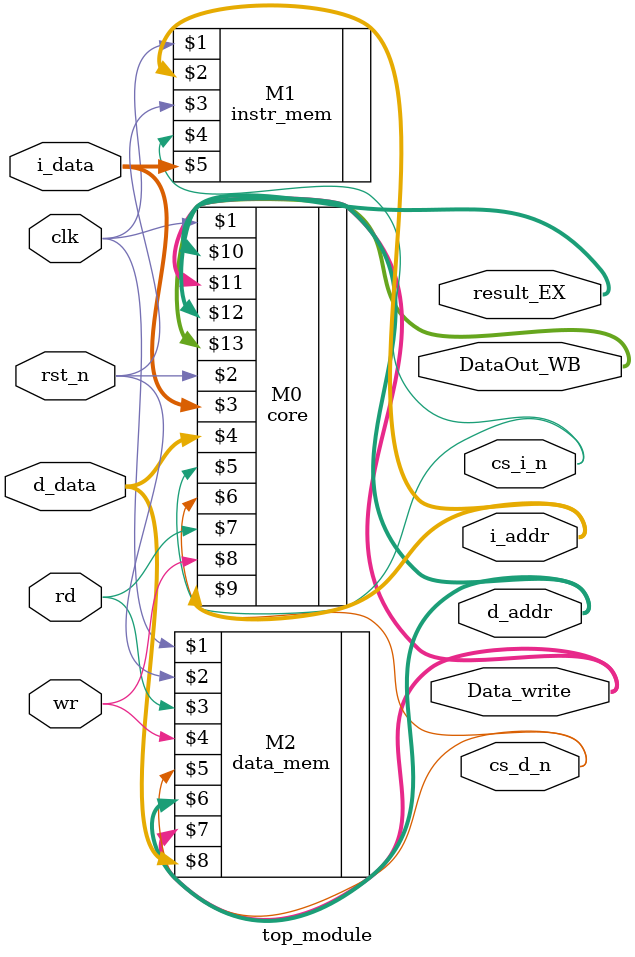
<source format=v>

module top_module(
input wire clk,
input wire rst_n,
input wire [31:0] i_data,
input wire [31:0] d_data,
input wire rd,
input wire wr,
output wire cs_i_n,
output wire cs_d_n,
output wire [31:0] i_addr,
output wire [31:0] result_EX,
output wire [31:0] DataOut_WB,
output wire [31:0] d_addr,
output wire [31:0] Data_write
);

//wire [31:0] i_data;
//wire [31:0] d_data;
//wire cs_i_n;
//wire cs_d_n;
//wire rd;
//wire wr;
//wire [31:0] i_addr,
//wire [31:0] d_addr;
//wire [31:0] Data_write;

core M0(
clk,
rst_n,
i_data,
d_data,
cs_i_n,
cs_d_n,
rd,
wr,
i_addr,
d_addr,
Data_write,
result_EX,
DataOut_WB
);

instr_mem M1(
clk,
i_addr,
rst_n,
cs_i_n,
i_data
);

data_mem M2(
clk,
rst_n,
rd,
wr,
cs_d_n,
d_addr,
Data_write,
d_data
);

endmodule
</source>
